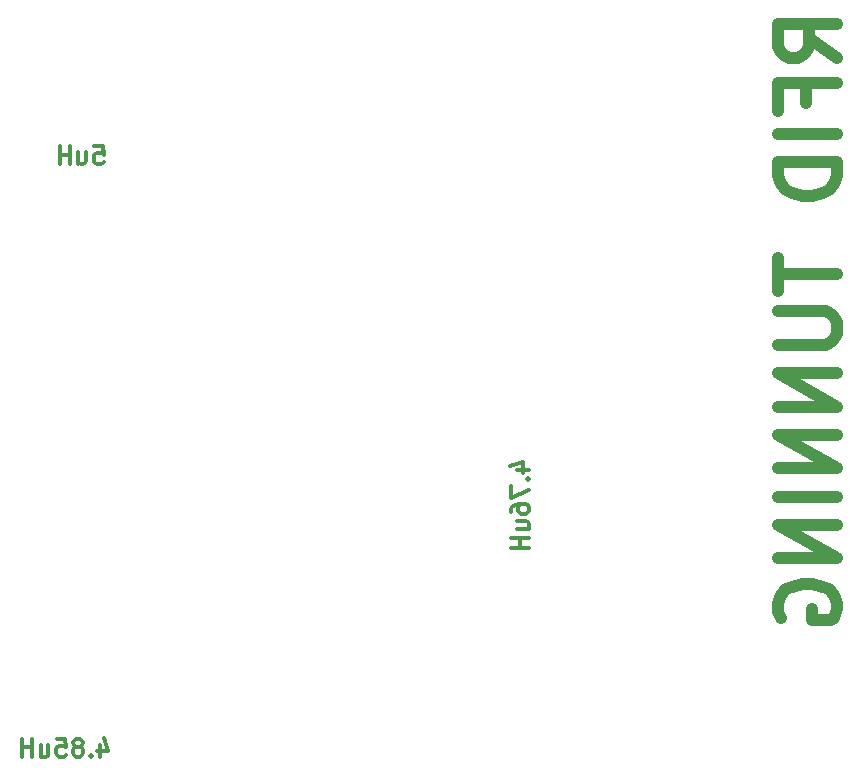
<source format=gbr>
%TF.GenerationSoftware,KiCad,Pcbnew,8.0.9-8.0.9-0~ubuntu22.04.1*%
%TF.CreationDate,2025-03-21T15:12:13+07:00*%
%TF.ProjectId,Rfid_PCB,52666964-5f50-4434-922e-6b696361645f,rev?*%
%TF.SameCoordinates,Original*%
%TF.FileFunction,Legend,Bot*%
%TF.FilePolarity,Positive*%
%FSLAX46Y46*%
G04 Gerber Fmt 4.6, Leading zero omitted, Abs format (unit mm)*
G04 Created by KiCad (PCBNEW 8.0.9-8.0.9-0~ubuntu22.04.1) date 2025-03-21 15:12:13*
%MOMM*%
%LPD*%
G01*
G04 APERTURE LIST*
%ADD10C,1.000000*%
%ADD11C,0.300000*%
G04 APERTURE END LIST*
D10*
X156526095Y-68195513D02*
X154145142Y-66528846D01*
X156526095Y-65338370D02*
X151526095Y-65338370D01*
X151526095Y-65338370D02*
X151526095Y-67243132D01*
X151526095Y-67243132D02*
X151764190Y-67719322D01*
X151764190Y-67719322D02*
X152002285Y-67957417D01*
X152002285Y-67957417D02*
X152478476Y-68195513D01*
X152478476Y-68195513D02*
X153192761Y-68195513D01*
X153192761Y-68195513D02*
X153668952Y-67957417D01*
X153668952Y-67957417D02*
X153907047Y-67719322D01*
X153907047Y-67719322D02*
X154145142Y-67243132D01*
X154145142Y-67243132D02*
X154145142Y-65338370D01*
X153907047Y-72005036D02*
X153907047Y-70338370D01*
X156526095Y-70338370D02*
X151526095Y-70338370D01*
X151526095Y-70338370D02*
X151526095Y-72719322D01*
X156526095Y-74624084D02*
X151526095Y-74624084D01*
X156526095Y-77005036D02*
X151526095Y-77005036D01*
X151526095Y-77005036D02*
X151526095Y-78195512D01*
X151526095Y-78195512D02*
X151764190Y-78909798D01*
X151764190Y-78909798D02*
X152240380Y-79385988D01*
X152240380Y-79385988D02*
X152716571Y-79624083D01*
X152716571Y-79624083D02*
X153668952Y-79862179D01*
X153668952Y-79862179D02*
X154383238Y-79862179D01*
X154383238Y-79862179D02*
X155335619Y-79624083D01*
X155335619Y-79624083D02*
X155811809Y-79385988D01*
X155811809Y-79385988D02*
X156288000Y-78909798D01*
X156288000Y-78909798D02*
X156526095Y-78195512D01*
X156526095Y-78195512D02*
X156526095Y-77005036D01*
X151526095Y-85100274D02*
X151526095Y-87957417D01*
X156526095Y-86528845D02*
X151526095Y-86528845D01*
X151526095Y-89624084D02*
X155573714Y-89624084D01*
X155573714Y-89624084D02*
X156049904Y-89862179D01*
X156049904Y-89862179D02*
X156288000Y-90100274D01*
X156288000Y-90100274D02*
X156526095Y-90576465D01*
X156526095Y-90576465D02*
X156526095Y-91528846D01*
X156526095Y-91528846D02*
X156288000Y-92005036D01*
X156288000Y-92005036D02*
X156049904Y-92243131D01*
X156049904Y-92243131D02*
X155573714Y-92481227D01*
X155573714Y-92481227D02*
X151526095Y-92481227D01*
X156526095Y-94862179D02*
X151526095Y-94862179D01*
X151526095Y-94862179D02*
X156526095Y-97719322D01*
X156526095Y-97719322D02*
X151526095Y-97719322D01*
X156526095Y-100100274D02*
X151526095Y-100100274D01*
X151526095Y-100100274D02*
X156526095Y-102957417D01*
X156526095Y-102957417D02*
X151526095Y-102957417D01*
X156526095Y-105338369D02*
X151526095Y-105338369D01*
X156526095Y-107719321D02*
X151526095Y-107719321D01*
X151526095Y-107719321D02*
X156526095Y-110576464D01*
X156526095Y-110576464D02*
X151526095Y-110576464D01*
X151764190Y-115576463D02*
X151526095Y-115100273D01*
X151526095Y-115100273D02*
X151526095Y-114385987D01*
X151526095Y-114385987D02*
X151764190Y-113671701D01*
X151764190Y-113671701D02*
X152240380Y-113195511D01*
X152240380Y-113195511D02*
X152716571Y-112957416D01*
X152716571Y-112957416D02*
X153668952Y-112719320D01*
X153668952Y-112719320D02*
X154383238Y-112719320D01*
X154383238Y-112719320D02*
X155335619Y-112957416D01*
X155335619Y-112957416D02*
X155811809Y-113195511D01*
X155811809Y-113195511D02*
X156288000Y-113671701D01*
X156288000Y-113671701D02*
X156526095Y-114385987D01*
X156526095Y-114385987D02*
X156526095Y-114862178D01*
X156526095Y-114862178D02*
X156288000Y-115576463D01*
X156288000Y-115576463D02*
X156049904Y-115814559D01*
X156049904Y-115814559D02*
X154383238Y-115814559D01*
X154383238Y-115814559D02*
X154383238Y-114862178D01*
D11*
X129450828Y-103087368D02*
X130450828Y-103087368D01*
X128879400Y-102730225D02*
X129950828Y-102373082D01*
X129950828Y-102373082D02*
X129950828Y-103301653D01*
X130307971Y-103873081D02*
X130379400Y-103944510D01*
X130379400Y-103944510D02*
X130450828Y-103873081D01*
X130450828Y-103873081D02*
X130379400Y-103801653D01*
X130379400Y-103801653D02*
X130307971Y-103873081D01*
X130307971Y-103873081D02*
X130450828Y-103873081D01*
X128950828Y-104444510D02*
X128950828Y-105444510D01*
X128950828Y-105444510D02*
X130450828Y-104801653D01*
X128950828Y-106658796D02*
X128950828Y-106373081D01*
X128950828Y-106373081D02*
X129022257Y-106230224D01*
X129022257Y-106230224D02*
X129093685Y-106158796D01*
X129093685Y-106158796D02*
X129307971Y-106015938D01*
X129307971Y-106015938D02*
X129593685Y-105944510D01*
X129593685Y-105944510D02*
X130165114Y-105944510D01*
X130165114Y-105944510D02*
X130307971Y-106015938D01*
X130307971Y-106015938D02*
X130379400Y-106087367D01*
X130379400Y-106087367D02*
X130450828Y-106230224D01*
X130450828Y-106230224D02*
X130450828Y-106515938D01*
X130450828Y-106515938D02*
X130379400Y-106658796D01*
X130379400Y-106658796D02*
X130307971Y-106730224D01*
X130307971Y-106730224D02*
X130165114Y-106801653D01*
X130165114Y-106801653D02*
X129807971Y-106801653D01*
X129807971Y-106801653D02*
X129665114Y-106730224D01*
X129665114Y-106730224D02*
X129593685Y-106658796D01*
X129593685Y-106658796D02*
X129522257Y-106515938D01*
X129522257Y-106515938D02*
X129522257Y-106230224D01*
X129522257Y-106230224D02*
X129593685Y-106087367D01*
X129593685Y-106087367D02*
X129665114Y-106015938D01*
X129665114Y-106015938D02*
X129807971Y-105944510D01*
X129450828Y-108087367D02*
X130450828Y-108087367D01*
X129450828Y-107444509D02*
X130236542Y-107444509D01*
X130236542Y-107444509D02*
X130379400Y-107515938D01*
X130379400Y-107515938D02*
X130450828Y-107658795D01*
X130450828Y-107658795D02*
X130450828Y-107873081D01*
X130450828Y-107873081D02*
X130379400Y-108015938D01*
X130379400Y-108015938D02*
X130307971Y-108087367D01*
X130450828Y-108801652D02*
X128950828Y-108801652D01*
X129665114Y-108801652D02*
X129665114Y-109658795D01*
X130450828Y-109658795D02*
X128950828Y-109658795D01*
X93651203Y-75670828D02*
X94365489Y-75670828D01*
X94365489Y-75670828D02*
X94436917Y-76385114D01*
X94436917Y-76385114D02*
X94365489Y-76313685D01*
X94365489Y-76313685D02*
X94222632Y-76242257D01*
X94222632Y-76242257D02*
X93865489Y-76242257D01*
X93865489Y-76242257D02*
X93722632Y-76313685D01*
X93722632Y-76313685D02*
X93651203Y-76385114D01*
X93651203Y-76385114D02*
X93579774Y-76527971D01*
X93579774Y-76527971D02*
X93579774Y-76885114D01*
X93579774Y-76885114D02*
X93651203Y-77027971D01*
X93651203Y-77027971D02*
X93722632Y-77099400D01*
X93722632Y-77099400D02*
X93865489Y-77170828D01*
X93865489Y-77170828D02*
X94222632Y-77170828D01*
X94222632Y-77170828D02*
X94365489Y-77099400D01*
X94365489Y-77099400D02*
X94436917Y-77027971D01*
X92294061Y-76170828D02*
X92294061Y-77170828D01*
X92936918Y-76170828D02*
X92936918Y-76956542D01*
X92936918Y-76956542D02*
X92865489Y-77099400D01*
X92865489Y-77099400D02*
X92722632Y-77170828D01*
X92722632Y-77170828D02*
X92508346Y-77170828D01*
X92508346Y-77170828D02*
X92365489Y-77099400D01*
X92365489Y-77099400D02*
X92294061Y-77027971D01*
X91579775Y-77170828D02*
X91579775Y-75670828D01*
X91579775Y-76385114D02*
X90722632Y-76385114D01*
X90722632Y-77170828D02*
X90722632Y-75670828D01*
X94122632Y-126360828D02*
X94122632Y-127360828D01*
X94479774Y-125789400D02*
X94836917Y-126860828D01*
X94836917Y-126860828D02*
X93908346Y-126860828D01*
X93336918Y-127217971D02*
X93265489Y-127289400D01*
X93265489Y-127289400D02*
X93336918Y-127360828D01*
X93336918Y-127360828D02*
X93408346Y-127289400D01*
X93408346Y-127289400D02*
X93336918Y-127217971D01*
X93336918Y-127217971D02*
X93336918Y-127360828D01*
X92408346Y-126503685D02*
X92551203Y-126432257D01*
X92551203Y-126432257D02*
X92622632Y-126360828D01*
X92622632Y-126360828D02*
X92694060Y-126217971D01*
X92694060Y-126217971D02*
X92694060Y-126146542D01*
X92694060Y-126146542D02*
X92622632Y-126003685D01*
X92622632Y-126003685D02*
X92551203Y-125932257D01*
X92551203Y-125932257D02*
X92408346Y-125860828D01*
X92408346Y-125860828D02*
X92122632Y-125860828D01*
X92122632Y-125860828D02*
X91979775Y-125932257D01*
X91979775Y-125932257D02*
X91908346Y-126003685D01*
X91908346Y-126003685D02*
X91836917Y-126146542D01*
X91836917Y-126146542D02*
X91836917Y-126217971D01*
X91836917Y-126217971D02*
X91908346Y-126360828D01*
X91908346Y-126360828D02*
X91979775Y-126432257D01*
X91979775Y-126432257D02*
X92122632Y-126503685D01*
X92122632Y-126503685D02*
X92408346Y-126503685D01*
X92408346Y-126503685D02*
X92551203Y-126575114D01*
X92551203Y-126575114D02*
X92622632Y-126646542D01*
X92622632Y-126646542D02*
X92694060Y-126789400D01*
X92694060Y-126789400D02*
X92694060Y-127075114D01*
X92694060Y-127075114D02*
X92622632Y-127217971D01*
X92622632Y-127217971D02*
X92551203Y-127289400D01*
X92551203Y-127289400D02*
X92408346Y-127360828D01*
X92408346Y-127360828D02*
X92122632Y-127360828D01*
X92122632Y-127360828D02*
X91979775Y-127289400D01*
X91979775Y-127289400D02*
X91908346Y-127217971D01*
X91908346Y-127217971D02*
X91836917Y-127075114D01*
X91836917Y-127075114D02*
X91836917Y-126789400D01*
X91836917Y-126789400D02*
X91908346Y-126646542D01*
X91908346Y-126646542D02*
X91979775Y-126575114D01*
X91979775Y-126575114D02*
X92122632Y-126503685D01*
X90479775Y-125860828D02*
X91194061Y-125860828D01*
X91194061Y-125860828D02*
X91265489Y-126575114D01*
X91265489Y-126575114D02*
X91194061Y-126503685D01*
X91194061Y-126503685D02*
X91051204Y-126432257D01*
X91051204Y-126432257D02*
X90694061Y-126432257D01*
X90694061Y-126432257D02*
X90551204Y-126503685D01*
X90551204Y-126503685D02*
X90479775Y-126575114D01*
X90479775Y-126575114D02*
X90408346Y-126717971D01*
X90408346Y-126717971D02*
X90408346Y-127075114D01*
X90408346Y-127075114D02*
X90479775Y-127217971D01*
X90479775Y-127217971D02*
X90551204Y-127289400D01*
X90551204Y-127289400D02*
X90694061Y-127360828D01*
X90694061Y-127360828D02*
X91051204Y-127360828D01*
X91051204Y-127360828D02*
X91194061Y-127289400D01*
X91194061Y-127289400D02*
X91265489Y-127217971D01*
X89122633Y-126360828D02*
X89122633Y-127360828D01*
X89765490Y-126360828D02*
X89765490Y-127146542D01*
X89765490Y-127146542D02*
X89694061Y-127289400D01*
X89694061Y-127289400D02*
X89551204Y-127360828D01*
X89551204Y-127360828D02*
X89336918Y-127360828D01*
X89336918Y-127360828D02*
X89194061Y-127289400D01*
X89194061Y-127289400D02*
X89122633Y-127217971D01*
X88408347Y-127360828D02*
X88408347Y-125860828D01*
X88408347Y-126575114D02*
X87551204Y-126575114D01*
X87551204Y-127360828D02*
X87551204Y-125860828D01*
M02*

</source>
